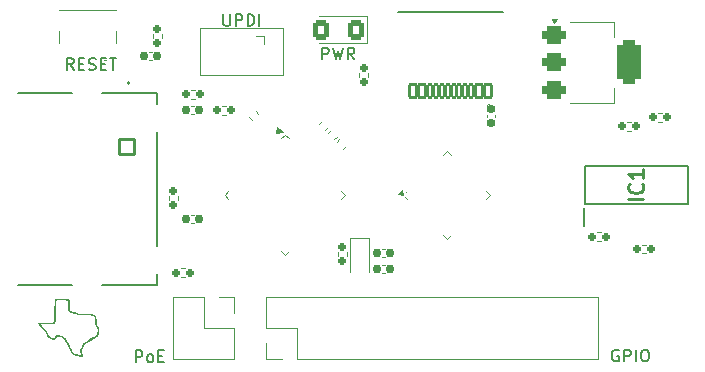
<source format=gbr>
%TF.GenerationSoftware,KiCad,Pcbnew,8.0.2-8.0.2-0~ubuntu22.04.1*%
%TF.CreationDate,2024-07-23T14:23:55-05:00*%
%TF.ProjectId,atslim-328,6174736c-696d-42d3-9332-382e6b696361,rev?*%
%TF.SameCoordinates,Original*%
%TF.FileFunction,Legend,Top*%
%TF.FilePolarity,Positive*%
%FSLAX46Y46*%
G04 Gerber Fmt 4.6, Leading zero omitted, Abs format (unit mm)*
G04 Created by KiCad (PCBNEW 8.0.2-8.0.2-0~ubuntu22.04.1) date 2024-07-23 14:23:55*
%MOMM*%
%LPD*%
G01*
G04 APERTURE LIST*
G04 Aperture macros list*
%AMRoundRect*
0 Rectangle with rounded corners*
0 $1 Rounding radius*
0 $2 $3 $4 $5 $6 $7 $8 $9 X,Y pos of 4 corners*
0 Add a 4 corners polygon primitive as box body*
4,1,4,$2,$3,$4,$5,$6,$7,$8,$9,$2,$3,0*
0 Add four circle primitives for the rounded corners*
1,1,$1+$1,$2,$3*
1,1,$1+$1,$4,$5*
1,1,$1+$1,$6,$7*
1,1,$1+$1,$8,$9*
0 Add four rect primitives between the rounded corners*
20,1,$1+$1,$2,$3,$4,$5,0*
20,1,$1+$1,$4,$5,$6,$7,0*
20,1,$1+$1,$6,$7,$8,$9,0*
20,1,$1+$1,$8,$9,$2,$3,0*%
%AMRotRect*
0 Rectangle, with rotation*
0 The origin of the aperture is its center*
0 $1 length*
0 $2 width*
0 $3 Rotation angle, in degrees counterclockwise*
0 Add horizontal line*
21,1,$1,$2,0,0,$3*%
G04 Aperture macros list end*
%ADD10C,0.000000*%
%ADD11C,0.100000*%
%ADD12C,0.150000*%
%ADD13C,0.254000*%
%ADD14C,0.120000*%
%ADD15C,0.200000*%
%ADD16C,0.127000*%
%ADD17R,1.700000X1.700000*%
%ADD18O,1.700000X1.700000*%
%ADD19RoundRect,0.375000X-0.625000X-0.375000X0.625000X-0.375000X0.625000X0.375000X-0.625000X0.375000X0*%
%ADD20RoundRect,0.500000X-0.500000X-1.400000X0.500000X-1.400000X0.500000X1.400000X-0.500000X1.400000X0*%
%ADD21RoundRect,0.155000X-0.212500X-0.155000X0.212500X-0.155000X0.212500X0.155000X-0.212500X0.155000X0*%
%ADD22R,0.650000X1.525000*%
%ADD23C,6.100000*%
%ADD24RoundRect,0.160000X-0.026517X-0.252791X0.252791X0.026517X0.026517X0.252791X-0.252791X-0.026517X0*%
%ADD25RoundRect,0.250001X0.462499X0.624999X-0.462499X0.624999X-0.462499X-0.624999X0.462499X-0.624999X0*%
%ADD26R,0.800000X1.250000*%
%ADD27R,0.650000X0.700000*%
%ADD28RoundRect,0.160000X-0.160000X0.197500X-0.160000X-0.197500X0.160000X-0.197500X0.160000X0.197500X0*%
%ADD29RoundRect,0.160000X-0.197500X-0.160000X0.197500X-0.160000X0.197500X0.160000X-0.197500X0.160000X0*%
%ADD30RoundRect,0.102000X-0.650000X0.650000X-0.650000X-0.650000X0.650000X-0.650000X0.650000X0.650000X0*%
%ADD31C,1.504000*%
%ADD32C,1.304000*%
%ADD33C,1.754000*%
%ADD34RoundRect,0.155000X0.212500X0.155000X-0.212500X0.155000X-0.212500X-0.155000X0.212500X-0.155000X0*%
%ADD35RoundRect,0.075000X-0.521491X0.415425X0.415425X-0.521491X0.521491X-0.415425X-0.415425X0.521491X0*%
%ADD36RoundRect,0.075000X-0.521491X-0.415425X-0.415425X-0.521491X0.521491X0.415425X0.415425X0.521491X0*%
%ADD37C,0.990600*%
%ADD38C,0.787400*%
%ADD39RoundRect,0.155000X0.155000X-0.212500X0.155000X0.212500X-0.155000X0.212500X-0.155000X-0.212500X0*%
%ADD40RoundRect,0.160000X0.197500X0.160000X-0.197500X0.160000X-0.197500X-0.160000X0.197500X-0.160000X0*%
%ADD41R,1.100000X1.050000*%
%ADD42RoundRect,0.160000X-0.252791X0.026517X0.026517X-0.252791X0.252791X-0.026517X-0.026517X0.252791X0*%
%ADD43RoundRect,0.062500X-0.220971X-0.309359X0.309359X0.220971X0.220971X0.309359X-0.309359X-0.220971X0*%
%ADD44RoundRect,0.062500X0.220971X-0.309359X0.309359X-0.220971X-0.220971X0.309359X-0.309359X0.220971X0*%
%ADD45RotRect,3.100000X3.100000X45.000000*%
%ADD46RoundRect,0.102000X0.300000X0.550000X-0.300000X0.550000X-0.300000X-0.550000X0.300000X-0.550000X0*%
%ADD47RoundRect,0.102000X0.150000X0.550000X-0.150000X0.550000X-0.150000X-0.550000X0.150000X-0.550000X0*%
%ADD48O,1.204000X2.404000*%
%ADD49O,1.204000X2.004000*%
G04 APERTURE END LIST*
D10*
G36*
X81530000Y-96285000D02*
G01*
X81725296Y-96289172D01*
X81898225Y-96295399D01*
X82026191Y-96303337D01*
X82066252Y-96307840D01*
X82086598Y-96312642D01*
X82102225Y-96320694D01*
X82109281Y-96324445D01*
X82115856Y-96328150D01*
X82121968Y-96331910D01*
X82127638Y-96335828D01*
X82132882Y-96340007D01*
X82137720Y-96344548D01*
X82142170Y-96349554D01*
X82146251Y-96355128D01*
X82149981Y-96361371D01*
X82153379Y-96368386D01*
X82156463Y-96376276D01*
X82159253Y-96385143D01*
X82161766Y-96395089D01*
X82164022Y-96406216D01*
X82166038Y-96418627D01*
X82167833Y-96432425D01*
X82169427Y-96447711D01*
X82170837Y-96464588D01*
X82172082Y-96483158D01*
X82173181Y-96503524D01*
X82174152Y-96525787D01*
X82175013Y-96550052D01*
X82176484Y-96604990D01*
X82177740Y-96669159D01*
X82180205Y-96828459D01*
X82182551Y-96992590D01*
X82185208Y-97113525D01*
X82187254Y-97160056D01*
X82190098Y-97198501D01*
X82193981Y-97229765D01*
X82199143Y-97254753D01*
X82205823Y-97274368D01*
X82214262Y-97289516D01*
X82224700Y-97301100D01*
X82237377Y-97310025D01*
X82252533Y-97317196D01*
X82270409Y-97323517D01*
X82315279Y-97337227D01*
X82398931Y-97363970D01*
X82464632Y-97385531D01*
X82590630Y-97426240D01*
X82743215Y-97473206D01*
X82882185Y-97514288D01*
X82934002Y-97528829D01*
X82967340Y-97537346D01*
X82977091Y-97539100D01*
X82989973Y-97540712D01*
X83025065Y-97543513D01*
X83072486Y-97545746D01*
X83132103Y-97547409D01*
X83203784Y-97548499D01*
X83287398Y-97549012D01*
X83382811Y-97548947D01*
X83489893Y-97548300D01*
X83946298Y-97544505D01*
X84088994Y-97593998D01*
X84202162Y-97633806D01*
X84247850Y-97651140D01*
X84286956Y-97667703D01*
X84304201Y-97675916D01*
X84319992Y-97684201D01*
X84334394Y-97692646D01*
X84347470Y-97701340D01*
X84359285Y-97710371D01*
X84369902Y-97719827D01*
X84379385Y-97729797D01*
X84387799Y-97740368D01*
X84395207Y-97751630D01*
X84401674Y-97763669D01*
X84407263Y-97776576D01*
X84412038Y-97790437D01*
X84416063Y-97805342D01*
X84419403Y-97821378D01*
X84422121Y-97838634D01*
X84424282Y-97857198D01*
X84427185Y-97898603D01*
X84428625Y-97946300D01*
X84429163Y-98063396D01*
X84429649Y-98163672D01*
X84430487Y-98205747D01*
X84431927Y-98243296D01*
X84434121Y-98276955D01*
X84437225Y-98307360D01*
X84441391Y-98335147D01*
X84446773Y-98360953D01*
X84453524Y-98385415D01*
X84461799Y-98409169D01*
X84471750Y-98432851D01*
X84483532Y-98457098D01*
X84497298Y-98482546D01*
X84513201Y-98509831D01*
X84552035Y-98572460D01*
X84594446Y-98640579D01*
X84611869Y-98669761D01*
X84626931Y-98696203D01*
X84639753Y-98720291D01*
X84650456Y-98742408D01*
X84659161Y-98762940D01*
X84665989Y-98782270D01*
X84671061Y-98800784D01*
X84674498Y-98818866D01*
X84676421Y-98836901D01*
X84676950Y-98855273D01*
X84676207Y-98874366D01*
X84674312Y-98894566D01*
X84671386Y-98916257D01*
X84667551Y-98939824D01*
X84636793Y-99124019D01*
X84623837Y-99197464D01*
X84610733Y-99260664D01*
X84596158Y-99315259D01*
X84587906Y-99339843D01*
X84578790Y-99362892D01*
X84568645Y-99384610D01*
X84557307Y-99405204D01*
X84544608Y-99424878D01*
X84530385Y-99443837D01*
X84514471Y-99462287D01*
X84496702Y-99480432D01*
X84476912Y-99498479D01*
X84454936Y-99516632D01*
X84403764Y-99554077D01*
X84341864Y-99594411D01*
X84267913Y-99639273D01*
X84180588Y-99690306D01*
X83960527Y-99817453D01*
X83774746Y-99925475D01*
X83636327Y-100007563D01*
X83582045Y-100041324D01*
X83536205Y-100071532D01*
X83497672Y-100099163D01*
X83465314Y-100125194D01*
X83437998Y-100150603D01*
X83414590Y-100176365D01*
X83393958Y-100203457D01*
X83374969Y-100232857D01*
X83356489Y-100265541D01*
X83337385Y-100302486D01*
X83292773Y-100393064D01*
X83271661Y-100436415D01*
X83253144Y-100475918D01*
X83237159Y-100512127D01*
X83223644Y-100545597D01*
X83212535Y-100576883D01*
X83203769Y-100606541D01*
X83197284Y-100635124D01*
X83193015Y-100663190D01*
X83190900Y-100691291D01*
X83190876Y-100719985D01*
X83192880Y-100749824D01*
X83196849Y-100781365D01*
X83202719Y-100815163D01*
X83210428Y-100851773D01*
X83219912Y-100891749D01*
X83231108Y-100935647D01*
X83244134Y-100987581D01*
X83254046Y-101033168D01*
X83257680Y-101053646D01*
X83260350Y-101072614D01*
X83261995Y-101090099D01*
X83262552Y-101106126D01*
X83261960Y-101120721D01*
X83260157Y-101133910D01*
X83257082Y-101145719D01*
X83252672Y-101156174D01*
X83246867Y-101165301D01*
X83239603Y-101173126D01*
X83230820Y-101179673D01*
X83220455Y-101184970D01*
X83208447Y-101189042D01*
X83194734Y-101191915D01*
X83179255Y-101193615D01*
X83161947Y-101194168D01*
X83142749Y-101193599D01*
X83121599Y-101191935D01*
X83098435Y-101189201D01*
X83073196Y-101185423D01*
X83016244Y-101174839D01*
X82950248Y-101160391D01*
X82874716Y-101142284D01*
X82789152Y-101120727D01*
X82655554Y-101086796D01*
X82601930Y-101072538D01*
X82555742Y-101058990D01*
X82515978Y-101045328D01*
X82481628Y-101030730D01*
X82466168Y-101022823D01*
X82451683Y-101014373D01*
X82438045Y-101005279D01*
X82425129Y-100995436D01*
X82412809Y-100984743D01*
X82400958Y-100973095D01*
X82389450Y-100960392D01*
X82378159Y-100946529D01*
X82355720Y-100914914D01*
X82332632Y-100877428D01*
X82307883Y-100833249D01*
X82280462Y-100781554D01*
X82213565Y-100652328D01*
X82013008Y-100269787D01*
X81821771Y-99910643D01*
X81800319Y-99872720D01*
X81777676Y-99836365D01*
X81753931Y-99801611D01*
X81729174Y-99768487D01*
X81703495Y-99737023D01*
X81676984Y-99707251D01*
X81649729Y-99679201D01*
X81621822Y-99652904D01*
X81593352Y-99628389D01*
X81564409Y-99605689D01*
X81535082Y-99584833D01*
X81505461Y-99565851D01*
X81475636Y-99548776D01*
X81445697Y-99533636D01*
X81415734Y-99520463D01*
X81385835Y-99509287D01*
X81356092Y-99500140D01*
X81326593Y-99493050D01*
X81297429Y-99488050D01*
X81268689Y-99485169D01*
X81240463Y-99484439D01*
X81212841Y-99485889D01*
X81185913Y-99489551D01*
X81159768Y-99495455D01*
X81134496Y-99503631D01*
X81110187Y-99514111D01*
X81086931Y-99526924D01*
X81064817Y-99542101D01*
X81043935Y-99559674D01*
X81024375Y-99579672D01*
X81006227Y-99602126D01*
X80989580Y-99627067D01*
X80970105Y-99658374D01*
X80960826Y-99672496D01*
X80951772Y-99685603D01*
X80942885Y-99697699D01*
X80934105Y-99708787D01*
X80925372Y-99718871D01*
X80916628Y-99727956D01*
X80907812Y-99736045D01*
X80898865Y-99743143D01*
X80889727Y-99749253D01*
X80880340Y-99754379D01*
X80870643Y-99758525D01*
X80860577Y-99761695D01*
X80850083Y-99763893D01*
X80839101Y-99765123D01*
X80827572Y-99765390D01*
X80815436Y-99764696D01*
X80802634Y-99763046D01*
X80789106Y-99760444D01*
X80774793Y-99756893D01*
X80759635Y-99752399D01*
X80743573Y-99746964D01*
X80726548Y-99740593D01*
X80708499Y-99733289D01*
X80689367Y-99725057D01*
X80647619Y-99705823D01*
X80600826Y-99682923D01*
X80548513Y-99656389D01*
X80508769Y-99635719D01*
X80472629Y-99616299D01*
X80439904Y-99597961D01*
X80410401Y-99580534D01*
X80383931Y-99563849D01*
X80360303Y-99547736D01*
X80339325Y-99532027D01*
X80320807Y-99516551D01*
X80304559Y-99501139D01*
X80290390Y-99485622D01*
X80278108Y-99469831D01*
X80267524Y-99453595D01*
X80258446Y-99436746D01*
X80250684Y-99419114D01*
X80244048Y-99400529D01*
X80238345Y-99380822D01*
X80227922Y-99344975D01*
X80215135Y-99308157D01*
X80200087Y-99270528D01*
X80182884Y-99232248D01*
X80163630Y-99193477D01*
X80142429Y-99154375D01*
X80119387Y-99115103D01*
X80094607Y-99075820D01*
X80068194Y-99036687D01*
X80040252Y-98997864D01*
X80010887Y-98959511D01*
X79980203Y-98921788D01*
X79948304Y-98884855D01*
X79915295Y-98848873D01*
X79881280Y-98814001D01*
X79846365Y-98780400D01*
X79679575Y-98623433D01*
X79615366Y-98559901D01*
X79588272Y-98531569D01*
X79564599Y-98505410D01*
X79544410Y-98481339D01*
X79527764Y-98459267D01*
X79520712Y-98448366D01*
X79706352Y-98448366D01*
X79706595Y-98449206D01*
X79707316Y-98450491D01*
X79710144Y-98454345D01*
X79714741Y-98459830D01*
X79721011Y-98466851D01*
X79738191Y-98485115D01*
X79760923Y-98508367D01*
X79788445Y-98535839D01*
X79819994Y-98566762D01*
X79854808Y-98600366D01*
X79892126Y-98635883D01*
X79939164Y-98680929D01*
X79982798Y-98723995D01*
X80023230Y-98765358D01*
X80060657Y-98805300D01*
X80095280Y-98844098D01*
X80127297Y-98882034D01*
X80156908Y-98919386D01*
X80184312Y-98956434D01*
X80209708Y-98993458D01*
X80233296Y-99030737D01*
X80255275Y-99068551D01*
X80275844Y-99107178D01*
X80295202Y-99146900D01*
X80313549Y-99187995D01*
X80331084Y-99230743D01*
X80348006Y-99275424D01*
X80355899Y-99294765D01*
X80365387Y-99314033D01*
X80376364Y-99333169D01*
X80388723Y-99352113D01*
X80402358Y-99370807D01*
X80417162Y-99389189D01*
X80433028Y-99407202D01*
X80449851Y-99424786D01*
X80467524Y-99441881D01*
X80485940Y-99458427D01*
X80524577Y-99489637D01*
X80564910Y-99517941D01*
X80606088Y-99542862D01*
X80647257Y-99563926D01*
X80667573Y-99572862D01*
X80687568Y-99580656D01*
X80707135Y-99587247D01*
X80726168Y-99592577D01*
X80744560Y-99596586D01*
X80762205Y-99599214D01*
X80778997Y-99600402D01*
X80794829Y-99600090D01*
X80809594Y-99598219D01*
X80823186Y-99594730D01*
X80835499Y-99589563D01*
X80846426Y-99582659D01*
X80855860Y-99573958D01*
X80863696Y-99563401D01*
X80883173Y-99531884D01*
X80901311Y-99503763D01*
X80918426Y-99478833D01*
X80934835Y-99456894D01*
X80950853Y-99437742D01*
X80958814Y-99429147D01*
X80966797Y-99421173D01*
X80974840Y-99413794D01*
X80982983Y-99406986D01*
X80991265Y-99400721D01*
X80999727Y-99394976D01*
X81008407Y-99389725D01*
X81017345Y-99384943D01*
X81026581Y-99380603D01*
X81036154Y-99376682D01*
X81046103Y-99373153D01*
X81056469Y-99369991D01*
X81067291Y-99367170D01*
X81078608Y-99364666D01*
X81102885Y-99360506D01*
X81129618Y-99357307D01*
X81159123Y-99354867D01*
X81191715Y-99352982D01*
X81234533Y-99353116D01*
X81279551Y-99357409D01*
X81326283Y-99365603D01*
X81374238Y-99377441D01*
X81422929Y-99392664D01*
X81471866Y-99411014D01*
X81520560Y-99432232D01*
X81568523Y-99456062D01*
X81615265Y-99482243D01*
X81660299Y-99510520D01*
X81703134Y-99540632D01*
X81743283Y-99572323D01*
X81780257Y-99605334D01*
X81813566Y-99639406D01*
X81842722Y-99674282D01*
X81867236Y-99709704D01*
X81875617Y-99723609D01*
X81885912Y-99741616D01*
X81899842Y-99766954D01*
X81919130Y-99802849D01*
X81945496Y-99852528D01*
X81980662Y-99919220D01*
X82084283Y-100116547D01*
X82146395Y-100234080D01*
X82193408Y-100321599D01*
X82214034Y-100359809D01*
X82243388Y-100414948D01*
X82312633Y-100546496D01*
X82377497Y-100670531D01*
X82427392Y-100762966D01*
X82448293Y-100799020D01*
X82467332Y-100829198D01*
X82485137Y-100854176D01*
X82502333Y-100874629D01*
X82519547Y-100891231D01*
X82537406Y-100904657D01*
X82556538Y-100915582D01*
X82577568Y-100924681D01*
X82601124Y-100932629D01*
X82627833Y-100940102D01*
X82693213Y-100956319D01*
X82828360Y-100990094D01*
X82954113Y-101022141D01*
X82995341Y-101032613D01*
X83030090Y-101040994D01*
X83058663Y-101047333D01*
X83081363Y-101051683D01*
X83098492Y-101054095D01*
X83105062Y-101054591D01*
X83110352Y-101054621D01*
X83114401Y-101054192D01*
X83117246Y-101053311D01*
X83118926Y-101051984D01*
X83119477Y-101050217D01*
X83119476Y-101050217D01*
X83118628Y-101045628D01*
X83116198Y-101034653D01*
X83107272Y-100996416D01*
X83094062Y-100941258D01*
X83077932Y-100874930D01*
X83068277Y-100834705D01*
X83060159Y-100798406D01*
X83053697Y-100765353D01*
X83049009Y-100734866D01*
X83046213Y-100706266D01*
X83045427Y-100678873D01*
X83045825Y-100665416D01*
X83046770Y-100652007D01*
X83048276Y-100638559D01*
X83050359Y-100624988D01*
X83053033Y-100611210D01*
X83056313Y-100597138D01*
X83064751Y-100567776D01*
X83075789Y-100536222D01*
X83089548Y-100501798D01*
X83106144Y-100463823D01*
X83125696Y-100421617D01*
X83174141Y-100321796D01*
X83222208Y-100225879D01*
X83243380Y-100185813D01*
X83263405Y-100150215D01*
X83282854Y-100118491D01*
X83302300Y-100090044D01*
X83322312Y-100064281D01*
X83343463Y-100040604D01*
X83366323Y-100018420D01*
X83391463Y-99997134D01*
X83419456Y-99976149D01*
X83450871Y-99954871D01*
X83486280Y-99932705D01*
X83526255Y-99909055D01*
X83622185Y-99854923D01*
X83991210Y-99638881D01*
X84359068Y-99420576D01*
X84367027Y-99415464D01*
X84374633Y-99410258D01*
X84381901Y-99404918D01*
X84388848Y-99399401D01*
X84395488Y-99393665D01*
X84401839Y-99387668D01*
X84407915Y-99381368D01*
X84413734Y-99374723D01*
X84419310Y-99367692D01*
X84424659Y-99360231D01*
X84429798Y-99352300D01*
X84434743Y-99343856D01*
X84439508Y-99334858D01*
X84444111Y-99325263D01*
X84448567Y-99315029D01*
X84452891Y-99304114D01*
X84457101Y-99292476D01*
X84461211Y-99280074D01*
X84465238Y-99266865D01*
X84469197Y-99252808D01*
X84473104Y-99237860D01*
X84476976Y-99221979D01*
X84484675Y-99187252D01*
X84492423Y-99148291D01*
X84500344Y-99104759D01*
X84508568Y-99056322D01*
X84517220Y-99002642D01*
X84521995Y-98971638D01*
X84525895Y-98943808D01*
X84528802Y-98918677D01*
X84530599Y-98895769D01*
X84531167Y-98874609D01*
X84530389Y-98854721D01*
X84529459Y-98845105D01*
X84528147Y-98835629D01*
X84526440Y-98826233D01*
X84524322Y-98816858D01*
X84521780Y-98807444D01*
X84518797Y-98797932D01*
X84511454Y-98778375D01*
X84502174Y-98757712D01*
X84490840Y-98735466D01*
X84477333Y-98711163D01*
X84461537Y-98684327D01*
X84422601Y-98621150D01*
X84401888Y-98587744D01*
X84383576Y-98557367D01*
X84367515Y-98529432D01*
X84353557Y-98503347D01*
X84341550Y-98478523D01*
X84331347Y-98454368D01*
X84322796Y-98430294D01*
X84315749Y-98405710D01*
X84310056Y-98380025D01*
X84305568Y-98352650D01*
X84302134Y-98322994D01*
X84299606Y-98290467D01*
X84297833Y-98254479D01*
X84296667Y-98214440D01*
X84295554Y-98119848D01*
X84295001Y-98013109D01*
X84294157Y-97970232D01*
X84292337Y-97933453D01*
X84289093Y-97902095D01*
X84286797Y-97888240D01*
X84283977Y-97875487D01*
X84280577Y-97863753D01*
X84276541Y-97852954D01*
X84271814Y-97843004D01*
X84266338Y-97833821D01*
X84260058Y-97825319D01*
X84252919Y-97817415D01*
X84244863Y-97810024D01*
X84235836Y-97803062D01*
X84225781Y-97796445D01*
X84214641Y-97790088D01*
X84188887Y-97777820D01*
X84158125Y-97765582D01*
X84121907Y-97752701D01*
X84031313Y-97722314D01*
X83906612Y-97680404D01*
X83608956Y-97684699D01*
X83307356Y-97688070D01*
X83109504Y-97687499D01*
X83042392Y-97685613D01*
X82992706Y-97682593D01*
X82957611Y-97678391D01*
X82934269Y-97672957D01*
X82903764Y-97663237D01*
X82854935Y-97648051D01*
X82729216Y-97609598D01*
X82607384Y-97572321D01*
X82537394Y-97550242D01*
X82510476Y-97541478D01*
X82461634Y-97525931D01*
X82325931Y-97483285D01*
X82229438Y-97453397D01*
X82190923Y-97440349D01*
X82173889Y-97433848D01*
X82158258Y-97427189D01*
X82143968Y-97420243D01*
X82130962Y-97412881D01*
X82119177Y-97404974D01*
X82108555Y-97396393D01*
X82099036Y-97387008D01*
X82090559Y-97376691D01*
X82083065Y-97365312D01*
X82076493Y-97352743D01*
X82070784Y-97338853D01*
X82065878Y-97323514D01*
X82061715Y-97306597D01*
X82058235Y-97287972D01*
X82055377Y-97267511D01*
X82053083Y-97245083D01*
X82049943Y-97193814D01*
X82048336Y-97133131D01*
X82047782Y-97062002D01*
X82047914Y-96884269D01*
X82049914Y-96716227D01*
X82050778Y-96650280D01*
X82050098Y-96595095D01*
X82046784Y-96549706D01*
X82043798Y-96530384D01*
X82039745Y-96513149D01*
X82034488Y-96497880D01*
X82027892Y-96484457D01*
X82019818Y-96472759D01*
X82010133Y-96462665D01*
X81998698Y-96454055D01*
X81985379Y-96446808D01*
X81970038Y-96440803D01*
X81952539Y-96435920D01*
X81932746Y-96432037D01*
X81910523Y-96429035D01*
X81858242Y-96425188D01*
X81794604Y-96423413D01*
X81718519Y-96422745D01*
X81524649Y-96420868D01*
X81204231Y-96410112D01*
X81154570Y-96411701D01*
X81133522Y-96413982D01*
X81114805Y-96417459D01*
X81098277Y-96422285D01*
X81083794Y-96428615D01*
X81071215Y-96436600D01*
X81060396Y-96446396D01*
X81051196Y-96458155D01*
X81043471Y-96472032D01*
X81037078Y-96488179D01*
X81031876Y-96506751D01*
X81027721Y-96527901D01*
X81024471Y-96551782D01*
X81020115Y-96608354D01*
X81010356Y-96974620D01*
X80974580Y-97913890D01*
X80968856Y-98100927D01*
X80965830Y-98174979D01*
X80960904Y-98237371D01*
X80957309Y-98264504D01*
X80952737Y-98289093D01*
X80947019Y-98311260D01*
X80939988Y-98331131D01*
X80931475Y-98348828D01*
X80921314Y-98364476D01*
X80909337Y-98378196D01*
X80895375Y-98390114D01*
X80879262Y-98400352D01*
X80860828Y-98409035D01*
X80839908Y-98416285D01*
X80816332Y-98422227D01*
X80789934Y-98426984D01*
X80760545Y-98430679D01*
X80692125Y-98435378D01*
X80609731Y-98437313D01*
X80512021Y-98437474D01*
X80265284Y-98436422D01*
X80041694Y-98437324D01*
X79864701Y-98439815D01*
X79748266Y-98443594D01*
X79717121Y-98445875D01*
X79709081Y-98447096D01*
X79706352Y-98448366D01*
X79520712Y-98448366D01*
X79514724Y-98439110D01*
X79505350Y-98420778D01*
X79499704Y-98404187D01*
X79497846Y-98389249D01*
X79499838Y-98375877D01*
X79502297Y-98369752D01*
X79505741Y-98363985D01*
X79515615Y-98353486D01*
X79529523Y-98344293D01*
X79547525Y-98336320D01*
X79569683Y-98329479D01*
X79596057Y-98323683D01*
X79626708Y-98318847D01*
X79661699Y-98314884D01*
X79701089Y-98311705D01*
X79793314Y-98307359D01*
X79903872Y-98305113D01*
X80181944Y-98304150D01*
X80590060Y-98305169D01*
X80654326Y-98302906D01*
X80706168Y-98298276D01*
X80746926Y-98290596D01*
X80763568Y-98285400D01*
X80777941Y-98279187D01*
X80790214Y-98271872D01*
X80800554Y-98263368D01*
X80809128Y-98253593D01*
X80816104Y-98242459D01*
X80821650Y-98229883D01*
X80825933Y-98215778D01*
X80831380Y-98182646D01*
X80833787Y-98142381D01*
X80834494Y-98094304D01*
X80836169Y-97971987D01*
X80867292Y-97064349D01*
X80880380Y-96774309D01*
X80893685Y-96571249D01*
X80908607Y-96438517D01*
X80917112Y-96393319D01*
X80926546Y-96359458D01*
X80937085Y-96334852D01*
X80948902Y-96317420D01*
X80962174Y-96305079D01*
X80977075Y-96295749D01*
X80996560Y-96291553D01*
X81035875Y-96288258D01*
X81162693Y-96284200D01*
X81334933Y-96283228D01*
X81530000Y-96285000D01*
G37*
D11*
X93170000Y-73320000D02*
X100190000Y-73320000D01*
X100190000Y-77340000D01*
X93170000Y-77340000D01*
X93170000Y-73320000D01*
D12*
X82487618Y-76904819D02*
X82154285Y-76428628D01*
X81916190Y-76904819D02*
X81916190Y-75904819D01*
X81916190Y-75904819D02*
X82297142Y-75904819D01*
X82297142Y-75904819D02*
X82392380Y-75952438D01*
X82392380Y-75952438D02*
X82439999Y-76000057D01*
X82439999Y-76000057D02*
X82487618Y-76095295D01*
X82487618Y-76095295D02*
X82487618Y-76238152D01*
X82487618Y-76238152D02*
X82439999Y-76333390D01*
X82439999Y-76333390D02*
X82392380Y-76381009D01*
X82392380Y-76381009D02*
X82297142Y-76428628D01*
X82297142Y-76428628D02*
X81916190Y-76428628D01*
X82916190Y-76381009D02*
X83249523Y-76381009D01*
X83392380Y-76904819D02*
X82916190Y-76904819D01*
X82916190Y-76904819D02*
X82916190Y-75904819D01*
X82916190Y-75904819D02*
X83392380Y-75904819D01*
X83773333Y-76857200D02*
X83916190Y-76904819D01*
X83916190Y-76904819D02*
X84154285Y-76904819D01*
X84154285Y-76904819D02*
X84249523Y-76857200D01*
X84249523Y-76857200D02*
X84297142Y-76809580D01*
X84297142Y-76809580D02*
X84344761Y-76714342D01*
X84344761Y-76714342D02*
X84344761Y-76619104D01*
X84344761Y-76619104D02*
X84297142Y-76523866D01*
X84297142Y-76523866D02*
X84249523Y-76476247D01*
X84249523Y-76476247D02*
X84154285Y-76428628D01*
X84154285Y-76428628D02*
X83963809Y-76381009D01*
X83963809Y-76381009D02*
X83868571Y-76333390D01*
X83868571Y-76333390D02*
X83820952Y-76285771D01*
X83820952Y-76285771D02*
X83773333Y-76190533D01*
X83773333Y-76190533D02*
X83773333Y-76095295D01*
X83773333Y-76095295D02*
X83820952Y-76000057D01*
X83820952Y-76000057D02*
X83868571Y-75952438D01*
X83868571Y-75952438D02*
X83963809Y-75904819D01*
X83963809Y-75904819D02*
X84201904Y-75904819D01*
X84201904Y-75904819D02*
X84344761Y-75952438D01*
X84773333Y-76381009D02*
X85106666Y-76381009D01*
X85249523Y-76904819D02*
X84773333Y-76904819D01*
X84773333Y-76904819D02*
X84773333Y-75904819D01*
X84773333Y-75904819D02*
X85249523Y-75904819D01*
X85535238Y-75904819D02*
X86106666Y-75904819D01*
X85820952Y-76904819D02*
X85820952Y-75904819D01*
X87747381Y-101654819D02*
X87747381Y-100654819D01*
X87747381Y-100654819D02*
X88128333Y-100654819D01*
X88128333Y-100654819D02*
X88223571Y-100702438D01*
X88223571Y-100702438D02*
X88271190Y-100750057D01*
X88271190Y-100750057D02*
X88318809Y-100845295D01*
X88318809Y-100845295D02*
X88318809Y-100988152D01*
X88318809Y-100988152D02*
X88271190Y-101083390D01*
X88271190Y-101083390D02*
X88223571Y-101131009D01*
X88223571Y-101131009D02*
X88128333Y-101178628D01*
X88128333Y-101178628D02*
X87747381Y-101178628D01*
X88890238Y-101654819D02*
X88795000Y-101607200D01*
X88795000Y-101607200D02*
X88747381Y-101559580D01*
X88747381Y-101559580D02*
X88699762Y-101464342D01*
X88699762Y-101464342D02*
X88699762Y-101178628D01*
X88699762Y-101178628D02*
X88747381Y-101083390D01*
X88747381Y-101083390D02*
X88795000Y-101035771D01*
X88795000Y-101035771D02*
X88890238Y-100988152D01*
X88890238Y-100988152D02*
X89033095Y-100988152D01*
X89033095Y-100988152D02*
X89128333Y-101035771D01*
X89128333Y-101035771D02*
X89175952Y-101083390D01*
X89175952Y-101083390D02*
X89223571Y-101178628D01*
X89223571Y-101178628D02*
X89223571Y-101464342D01*
X89223571Y-101464342D02*
X89175952Y-101559580D01*
X89175952Y-101559580D02*
X89128333Y-101607200D01*
X89128333Y-101607200D02*
X89033095Y-101654819D01*
X89033095Y-101654819D02*
X88890238Y-101654819D01*
X89652143Y-101131009D02*
X89985476Y-101131009D01*
X90128333Y-101654819D02*
X89652143Y-101654819D01*
X89652143Y-101654819D02*
X89652143Y-100654819D01*
X89652143Y-100654819D02*
X90128333Y-100654819D01*
D13*
X130724318Y-87864762D02*
X129454318Y-87864762D01*
X130603365Y-86534285D02*
X130663842Y-86594761D01*
X130663842Y-86594761D02*
X130724318Y-86776190D01*
X130724318Y-86776190D02*
X130724318Y-86897142D01*
X130724318Y-86897142D02*
X130663842Y-87078571D01*
X130663842Y-87078571D02*
X130542889Y-87199523D01*
X130542889Y-87199523D02*
X130421937Y-87260000D01*
X130421937Y-87260000D02*
X130180032Y-87320476D01*
X130180032Y-87320476D02*
X129998603Y-87320476D01*
X129998603Y-87320476D02*
X129756699Y-87260000D01*
X129756699Y-87260000D02*
X129635746Y-87199523D01*
X129635746Y-87199523D02*
X129514794Y-87078571D01*
X129514794Y-87078571D02*
X129454318Y-86897142D01*
X129454318Y-86897142D02*
X129454318Y-86776190D01*
X129454318Y-86776190D02*
X129514794Y-86594761D01*
X129514794Y-86594761D02*
X129575270Y-86534285D01*
X130724318Y-85324761D02*
X130724318Y-86050476D01*
X130724318Y-85687619D02*
X129454318Y-85687619D01*
X129454318Y-85687619D02*
X129635746Y-85808571D01*
X129635746Y-85808571D02*
X129756699Y-85929523D01*
X129756699Y-85929523D02*
X129817175Y-86050476D01*
D12*
X103546667Y-76009819D02*
X103546667Y-75009819D01*
X103546667Y-75009819D02*
X103927619Y-75009819D01*
X103927619Y-75009819D02*
X104022857Y-75057438D01*
X104022857Y-75057438D02*
X104070476Y-75105057D01*
X104070476Y-75105057D02*
X104118095Y-75200295D01*
X104118095Y-75200295D02*
X104118095Y-75343152D01*
X104118095Y-75343152D02*
X104070476Y-75438390D01*
X104070476Y-75438390D02*
X104022857Y-75486009D01*
X104022857Y-75486009D02*
X103927619Y-75533628D01*
X103927619Y-75533628D02*
X103546667Y-75533628D01*
X104451429Y-75009819D02*
X104689524Y-76009819D01*
X104689524Y-76009819D02*
X104880000Y-75295533D01*
X104880000Y-75295533D02*
X105070476Y-76009819D01*
X105070476Y-76009819D02*
X105308572Y-75009819D01*
X106260952Y-76009819D02*
X105927619Y-75533628D01*
X105689524Y-76009819D02*
X105689524Y-75009819D01*
X105689524Y-75009819D02*
X106070476Y-75009819D01*
X106070476Y-75009819D02*
X106165714Y-75057438D01*
X106165714Y-75057438D02*
X106213333Y-75105057D01*
X106213333Y-75105057D02*
X106260952Y-75200295D01*
X106260952Y-75200295D02*
X106260952Y-75343152D01*
X106260952Y-75343152D02*
X106213333Y-75438390D01*
X106213333Y-75438390D02*
X106165714Y-75486009D01*
X106165714Y-75486009D02*
X106070476Y-75533628D01*
X106070476Y-75533628D02*
X105689524Y-75533628D01*
X95166191Y-72189819D02*
X95166191Y-72999342D01*
X95166191Y-72999342D02*
X95213810Y-73094580D01*
X95213810Y-73094580D02*
X95261429Y-73142200D01*
X95261429Y-73142200D02*
X95356667Y-73189819D01*
X95356667Y-73189819D02*
X95547143Y-73189819D01*
X95547143Y-73189819D02*
X95642381Y-73142200D01*
X95642381Y-73142200D02*
X95690000Y-73094580D01*
X95690000Y-73094580D02*
X95737619Y-72999342D01*
X95737619Y-72999342D02*
X95737619Y-72189819D01*
X96213810Y-73189819D02*
X96213810Y-72189819D01*
X96213810Y-72189819D02*
X96594762Y-72189819D01*
X96594762Y-72189819D02*
X96690000Y-72237438D01*
X96690000Y-72237438D02*
X96737619Y-72285057D01*
X96737619Y-72285057D02*
X96785238Y-72380295D01*
X96785238Y-72380295D02*
X96785238Y-72523152D01*
X96785238Y-72523152D02*
X96737619Y-72618390D01*
X96737619Y-72618390D02*
X96690000Y-72666009D01*
X96690000Y-72666009D02*
X96594762Y-72713628D01*
X96594762Y-72713628D02*
X96213810Y-72713628D01*
X97213810Y-73189819D02*
X97213810Y-72189819D01*
X97213810Y-72189819D02*
X97451905Y-72189819D01*
X97451905Y-72189819D02*
X97594762Y-72237438D01*
X97594762Y-72237438D02*
X97690000Y-72332676D01*
X97690000Y-72332676D02*
X97737619Y-72427914D01*
X97737619Y-72427914D02*
X97785238Y-72618390D01*
X97785238Y-72618390D02*
X97785238Y-72761247D01*
X97785238Y-72761247D02*
X97737619Y-72951723D01*
X97737619Y-72951723D02*
X97690000Y-73046961D01*
X97690000Y-73046961D02*
X97594762Y-73142200D01*
X97594762Y-73142200D02*
X97451905Y-73189819D01*
X97451905Y-73189819D02*
X97213810Y-73189819D01*
X98213810Y-73189819D02*
X98213810Y-72189819D01*
X128630000Y-100637438D02*
X128534762Y-100589819D01*
X128534762Y-100589819D02*
X128391905Y-100589819D01*
X128391905Y-100589819D02*
X128249048Y-100637438D01*
X128249048Y-100637438D02*
X128153810Y-100732676D01*
X128153810Y-100732676D02*
X128106191Y-100827914D01*
X128106191Y-100827914D02*
X128058572Y-101018390D01*
X128058572Y-101018390D02*
X128058572Y-101161247D01*
X128058572Y-101161247D02*
X128106191Y-101351723D01*
X128106191Y-101351723D02*
X128153810Y-101446961D01*
X128153810Y-101446961D02*
X128249048Y-101542200D01*
X128249048Y-101542200D02*
X128391905Y-101589819D01*
X128391905Y-101589819D02*
X128487143Y-101589819D01*
X128487143Y-101589819D02*
X128630000Y-101542200D01*
X128630000Y-101542200D02*
X128677619Y-101494580D01*
X128677619Y-101494580D02*
X128677619Y-101161247D01*
X128677619Y-101161247D02*
X128487143Y-101161247D01*
X129106191Y-101589819D02*
X129106191Y-100589819D01*
X129106191Y-100589819D02*
X129487143Y-100589819D01*
X129487143Y-100589819D02*
X129582381Y-100637438D01*
X129582381Y-100637438D02*
X129630000Y-100685057D01*
X129630000Y-100685057D02*
X129677619Y-100780295D01*
X129677619Y-100780295D02*
X129677619Y-100923152D01*
X129677619Y-100923152D02*
X129630000Y-101018390D01*
X129630000Y-101018390D02*
X129582381Y-101066009D01*
X129582381Y-101066009D02*
X129487143Y-101113628D01*
X129487143Y-101113628D02*
X129106191Y-101113628D01*
X130106191Y-101589819D02*
X130106191Y-100589819D01*
X130772857Y-100589819D02*
X130963333Y-100589819D01*
X130963333Y-100589819D02*
X131058571Y-100637438D01*
X131058571Y-100637438D02*
X131153809Y-100732676D01*
X131153809Y-100732676D02*
X131201428Y-100923152D01*
X131201428Y-100923152D02*
X131201428Y-101256485D01*
X131201428Y-101256485D02*
X131153809Y-101446961D01*
X131153809Y-101446961D02*
X131058571Y-101542200D01*
X131058571Y-101542200D02*
X130963333Y-101589819D01*
X130963333Y-101589819D02*
X130772857Y-101589819D01*
X130772857Y-101589819D02*
X130677619Y-101542200D01*
X130677619Y-101542200D02*
X130582381Y-101446961D01*
X130582381Y-101446961D02*
X130534762Y-101256485D01*
X130534762Y-101256485D02*
X130534762Y-100923152D01*
X130534762Y-100923152D02*
X130582381Y-100732676D01*
X130582381Y-100732676D02*
X130677619Y-100637438D01*
X130677619Y-100637438D02*
X130772857Y-100589819D01*
D14*
%TO.C,J7*%
X96100000Y-96145000D02*
X96100000Y-97475000D01*
X94770000Y-96145000D02*
X96100000Y-96145000D01*
X93500000Y-96145000D02*
X90900000Y-96145000D01*
X93500000Y-96145000D02*
X93500000Y-98745000D01*
X90900000Y-96145000D02*
X90900000Y-101345000D01*
X96100000Y-98745000D02*
X96100000Y-101345000D01*
X93500000Y-98745000D02*
X96100000Y-98745000D01*
X96100000Y-101345000D02*
X90900000Y-101345000D01*
%TO.C,U2*%
X124480000Y-72857500D02*
X128240000Y-72857500D01*
X124480000Y-79677500D02*
X128240000Y-79677500D01*
X128240000Y-72857500D02*
X128240000Y-74117500D01*
X128240000Y-79677500D02*
X128240000Y-78417500D01*
X123200000Y-72957500D02*
X122960000Y-72627500D01*
X123440000Y-72627500D01*
X123200000Y-72957500D01*
G36*
X123200000Y-72957500D02*
G01*
X122960000Y-72627500D01*
X123440000Y-72627500D01*
X123200000Y-72957500D01*
G37*
%TO.C,C7*%
X92424165Y-89180000D02*
X92655835Y-89180000D01*
X92424165Y-89900000D02*
X92655835Y-89900000D01*
D15*
%TO.C,IC1*%
X125665000Y-90100000D02*
X125665000Y-88575000D01*
X125825000Y-85025000D02*
X134475000Y-85025000D01*
X125825000Y-88225000D02*
X125825000Y-85025000D01*
X134475000Y-85025000D02*
X134475000Y-88225000D01*
X134475000Y-88225000D02*
X125825000Y-88225000D01*
D14*
%TO.C,R11*%
X104762773Y-83019825D02*
X104999825Y-82782773D01*
X105300175Y-83557227D02*
X105537227Y-83320175D01*
%TO.C,R9*%
X103252773Y-81469825D02*
X103489825Y-81232773D01*
X103790175Y-82007227D02*
X104027227Y-81770175D01*
%TO.C,D1*%
X103295000Y-74625000D02*
X107355000Y-74625000D01*
X107355000Y-72355000D02*
X103295000Y-72355000D01*
X107355000Y-74625000D02*
X107355000Y-72355000D01*
D11*
%TO.C,J2*%
X81240000Y-73590000D02*
X81240000Y-74590000D01*
X85140000Y-76103000D02*
X85140000Y-76103000D01*
X85240000Y-76103000D02*
X85240000Y-76103000D01*
X86040000Y-71803000D02*
X81240000Y-71803000D01*
X86040000Y-73590000D02*
X86040000Y-74590000D01*
X85140000Y-76103000D02*
G75*
G02*
X85240000Y-76103000I50000J0D01*
G01*
X85240000Y-76103000D02*
G75*
G02*
X85140000Y-76103000I-50000J0D01*
G01*
D14*
%TO.C,R12*%
X104865000Y-92302379D02*
X104865000Y-92637621D01*
X105625000Y-92302379D02*
X105625000Y-92637621D01*
%TO.C,R10*%
X104017773Y-82254825D02*
X104254825Y-82017773D01*
X104555175Y-82792227D02*
X104792227Y-82555175D01*
%TO.C,R3*%
X126797379Y-90645000D02*
X127132621Y-90645000D01*
X126797379Y-91405000D02*
X127132621Y-91405000D01*
%TO.C,C6*%
X108604165Y-92035000D02*
X108835835Y-92035000D01*
X108604165Y-92755000D02*
X108835835Y-92755000D01*
D16*
%TO.C,J5*%
X77745000Y-95120000D02*
X82395000Y-95120000D01*
X82395000Y-78830000D02*
X77745000Y-78830000D01*
X89545000Y-78830000D02*
X84895000Y-78830000D01*
X89545000Y-78830000D02*
X89545000Y-79775000D01*
X89545000Y-82125000D02*
X89545000Y-91825000D01*
X89545000Y-95120000D02*
X84895000Y-95120000D01*
X89545000Y-95120000D02*
X89545000Y-94175000D01*
D15*
X87225000Y-78014000D02*
G75*
G02*
X87025000Y-78014000I-100000J0D01*
G01*
X87025000Y-78014000D02*
G75*
G02*
X87225000Y-78014000I100000J0D01*
G01*
D14*
%TO.C,C1*%
X89130835Y-75372500D02*
X88899165Y-75372500D01*
X89130835Y-76092500D02*
X88899165Y-76092500D01*
%TO.C,U3*%
X95279689Y-87490000D02*
X95597887Y-87171802D01*
X95597887Y-87808198D02*
X95279689Y-87490000D01*
X100066802Y-92277113D02*
X100385000Y-92595311D01*
X100385000Y-82384689D02*
X100066802Y-82702887D01*
X100385000Y-92595311D02*
X100703198Y-92277113D01*
X100703198Y-82702887D02*
X100385000Y-82384689D01*
X105172113Y-87171802D02*
X105490311Y-87490000D01*
X105490311Y-87490000D02*
X105172113Y-87808198D01*
X100222365Y-82193770D02*
X99649609Y-82285694D01*
X99741533Y-81712938D01*
X100222365Y-82193770D01*
G36*
X100222365Y-82193770D02*
G01*
X99649609Y-82285694D01*
X99741533Y-81712938D01*
X100222365Y-82193770D01*
G37*
%TO.C,J1*%
X97940000Y-74060000D02*
X98575000Y-74060000D01*
X98575000Y-74060000D02*
X98575000Y-74695000D01*
%TO.C,R4*%
X130652379Y-91685000D02*
X130987621Y-91685000D01*
X130652379Y-92445000D02*
X130987621Y-92445000D01*
%TO.C,C4*%
X117490000Y-80915835D02*
X117490000Y-80684165D01*
X118210000Y-80915835D02*
X118210000Y-80684165D01*
%TO.C,R19*%
X95397621Y-79920000D02*
X95062379Y-79920000D01*
X95397621Y-80680000D02*
X95062379Y-80680000D01*
%TO.C,X1*%
X105885000Y-91170000D02*
X105885000Y-94020000D01*
X107485000Y-91170000D02*
X105885000Y-91170000D01*
X107485000Y-94020000D02*
X107485000Y-91170000D01*
%TO.C,R6*%
X132277621Y-80545000D02*
X131942379Y-80545000D01*
X132277621Y-81305000D02*
X131942379Y-81305000D01*
%TO.C,R1*%
X89200000Y-73834879D02*
X89200000Y-74170121D01*
X89960000Y-73834879D02*
X89960000Y-74170121D01*
%TO.C,R16*%
X97357773Y-80895175D02*
X97594825Y-81132227D01*
X97895175Y-80357773D02*
X98132227Y-80594825D01*
%TO.C,U1*%
X110729893Y-87154124D02*
X110606150Y-87277868D01*
X110729893Y-87825876D02*
X110563723Y-87659706D01*
X113749239Y-84134778D02*
X114085115Y-83798903D01*
X114085115Y-83798903D02*
X114420991Y-84134778D01*
X114085115Y-91181097D02*
X113749239Y-90845222D01*
X114420991Y-90845222D02*
X114085115Y-91181097D01*
X117440337Y-87825876D02*
X117776212Y-87490000D01*
X117776212Y-87490000D02*
X117440337Y-87154124D01*
X110394018Y-87490000D02*
X109990967Y-87426360D01*
X110330378Y-87086949D01*
X110394018Y-87490000D01*
G36*
X110394018Y-87490000D02*
G01*
X109990967Y-87426360D01*
X110330378Y-87086949D01*
X110394018Y-87490000D01*
G37*
%TO.C,R5*%
X129312379Y-81280000D02*
X129647621Y-81280000D01*
X129312379Y-82040000D02*
X129647621Y-82040000D01*
%TO.C,R22*%
X106665000Y-77132379D02*
X106665000Y-77467621D01*
X107425000Y-77132379D02*
X107425000Y-77467621D01*
%TO.C,C5*%
X108604165Y-93385000D02*
X108835835Y-93385000D01*
X108604165Y-94105000D02*
X108835835Y-94105000D01*
%TO.C,C10*%
X92459165Y-80650000D02*
X92690835Y-80650000D01*
X92459165Y-79930000D02*
X92690835Y-79930000D01*
%TO.C,J6*%
X98795000Y-96155000D02*
X126855000Y-96155000D01*
X98795000Y-98755000D02*
X98795000Y-96155000D01*
X98795000Y-101355000D02*
X98795000Y-100025000D01*
X100125000Y-101355000D02*
X98795000Y-101355000D01*
X101395000Y-98755000D02*
X98795000Y-98755000D01*
X101395000Y-101355000D02*
X101395000Y-98755000D01*
X101395000Y-101355000D02*
X126855000Y-101355000D01*
X126855000Y-101355000D02*
X126855000Y-96155000D01*
D15*
%TO.C,J4*%
X118880000Y-71965000D02*
X109940000Y-71965000D01*
X117780000Y-79915000D02*
G75*
G02*
X117580000Y-79915000I-100000J0D01*
G01*
X117580000Y-79915000D02*
G75*
G02*
X117780000Y-79915000I100000J0D01*
G01*
D14*
%TO.C,R20*%
X91554879Y-94440000D02*
X91890121Y-94440000D01*
X91554879Y-93680000D02*
X91890121Y-93680000D01*
%TO.C,R14*%
X90550000Y-87587379D02*
X90550000Y-87922621D01*
X91310000Y-87587379D02*
X91310000Y-87922621D01*
%TO.C,R21*%
X92407379Y-79330000D02*
X92742621Y-79330000D01*
X92407379Y-78570000D02*
X92742621Y-78570000D01*
%TD*%
%LPC*%
D17*
%TO.C,J7*%
X94770000Y-97475000D03*
D18*
X94770000Y-100015000D03*
X92230000Y-97475000D03*
X92230000Y-100015000D03*
%TD*%
D19*
%TO.C,U2*%
X123180000Y-73967500D03*
X123180000Y-76267500D03*
D20*
X129480000Y-76267500D03*
D19*
X123180000Y-78567500D03*
%TD*%
D21*
%TO.C,C7*%
X91972500Y-89540000D03*
X93107500Y-89540000D03*
%TD*%
D22*
%TO.C,IC1*%
X126340000Y-89337000D03*
X127610000Y-89337000D03*
X128880000Y-89337000D03*
X130150000Y-89337000D03*
X131420000Y-89337000D03*
X132690000Y-89337000D03*
X133960000Y-89337000D03*
X133960000Y-83913000D03*
X132690000Y-83913000D03*
X131420000Y-83913000D03*
X130150000Y-83913000D03*
X128880000Y-83913000D03*
X127610000Y-83913000D03*
X126340000Y-83913000D03*
%TD*%
D23*
%TO.C,H2*%
X75330000Y-98970000D03*
%TD*%
D24*
%TO.C,R11*%
X104727504Y-83592496D03*
X105572496Y-82747504D03*
%TD*%
%TO.C,R9*%
X103217504Y-82042496D03*
X104062496Y-81197504D03*
%TD*%
D25*
%TO.C,D1*%
X106382500Y-73490000D03*
X103407500Y-73490000D03*
%TD*%
D26*
%TO.C,J2*%
X83640000Y-74465000D03*
X84790000Y-74465000D03*
X82490000Y-74465000D03*
D27*
X86115000Y-72740000D03*
X81165000Y-72740000D03*
%TD*%
D28*
%TO.C,R12*%
X105245000Y-91872500D03*
X105245000Y-93067500D03*
%TD*%
D24*
%TO.C,R10*%
X103982504Y-82827496D03*
X104827496Y-81982504D03*
%TD*%
D29*
%TO.C,R3*%
X126367500Y-91025000D03*
X127562500Y-91025000D03*
%TD*%
D21*
%TO.C,C6*%
X108152500Y-92395000D03*
X109287500Y-92395000D03*
%TD*%
D30*
%TO.C,J5*%
X87035000Y-83419000D03*
D31*
X84495000Y-84435000D03*
X87035000Y-85451000D03*
X84495000Y-86467000D03*
X87035000Y-87483000D03*
X84495000Y-88499000D03*
X87035000Y-89515000D03*
X84495000Y-90531000D03*
D32*
X81195000Y-91115000D03*
X78895000Y-92555000D03*
X81195000Y-81395000D03*
X78895000Y-82835000D03*
D33*
X89245000Y-80975000D03*
X89245000Y-92975000D03*
X83645000Y-95020000D03*
X83645000Y-78930000D03*
%TD*%
D34*
%TO.C,C1*%
X89582500Y-75732500D03*
X88447500Y-75732500D03*
%TD*%
D23*
%TO.C,H3*%
X134330000Y-74970000D03*
%TD*%
D35*
%TO.C,U3*%
X99386212Y-82602124D03*
X99032658Y-82955678D03*
X98679105Y-83309231D03*
X98325551Y-83662785D03*
X97971998Y-84016338D03*
X97618445Y-84369891D03*
X97264891Y-84723445D03*
X96911338Y-85076998D03*
X96557785Y-85430551D03*
X96204231Y-85784105D03*
X95850678Y-86137658D03*
X95497124Y-86491212D03*
D36*
X95497124Y-88488788D03*
X95850678Y-88842342D03*
X96204231Y-89195895D03*
X96557785Y-89549449D03*
X96911338Y-89903002D03*
X97264891Y-90256555D03*
X97618445Y-90610109D03*
X97971998Y-90963662D03*
X98325551Y-91317215D03*
X98679105Y-91670769D03*
X99032658Y-92024322D03*
X99386212Y-92377876D03*
D35*
X101383788Y-92377876D03*
X101737342Y-92024322D03*
X102090895Y-91670769D03*
X102444449Y-91317215D03*
X102798002Y-90963662D03*
X103151555Y-90610109D03*
X103505109Y-90256555D03*
X103858662Y-89903002D03*
X104212215Y-89549449D03*
X104565769Y-89195895D03*
X104919322Y-88842342D03*
X105272876Y-88488788D03*
D36*
X105272876Y-86491212D03*
X104919322Y-86137658D03*
X104565769Y-85784105D03*
X104212215Y-85430551D03*
X103858662Y-85076998D03*
X103505109Y-84723445D03*
X103151555Y-84369891D03*
X102798002Y-84016338D03*
X102444449Y-83662785D03*
X102090895Y-83309231D03*
X101737342Y-82955678D03*
X101383788Y-82602124D03*
%TD*%
D37*
%TO.C,J1*%
X99210000Y-75330000D03*
X94130000Y-76346000D03*
X94130000Y-74314000D03*
D38*
X97940000Y-74695000D03*
X97940000Y-75965000D03*
X96670000Y-74695000D03*
X96670000Y-75965000D03*
X95400000Y-74695000D03*
X95400000Y-75965000D03*
%TD*%
D29*
%TO.C,R4*%
X130222500Y-92065000D03*
X131417500Y-92065000D03*
%TD*%
D39*
%TO.C,C4*%
X117850000Y-81367500D03*
X117850000Y-80232500D03*
%TD*%
D40*
%TO.C,R19*%
X95827500Y-80300000D03*
X94632500Y-80300000D03*
%TD*%
D41*
%TO.C,X1*%
X106685000Y-91895000D03*
X106685000Y-93745000D03*
%TD*%
D40*
%TO.C,R6*%
X132707500Y-80925000D03*
X131512500Y-80925000D03*
%TD*%
D28*
%TO.C,R1*%
X89580000Y-73405000D03*
X89580000Y-74600000D03*
%TD*%
D42*
%TO.C,R16*%
X97322504Y-80322504D03*
X98167496Y-81167496D03*
%TD*%
D23*
%TO.C,H4*%
X134330000Y-98970000D03*
%TD*%
D43*
%TO.C,U1*%
X111124105Y-87976136D03*
X111477659Y-88329689D03*
X111831212Y-88683243D03*
X112184766Y-89036796D03*
X112538319Y-89390349D03*
X112891872Y-89743903D03*
X113245426Y-90097456D03*
X113598979Y-90451010D03*
D44*
X114571251Y-90451010D03*
X114924804Y-90097456D03*
X115278358Y-89743903D03*
X115631911Y-89390349D03*
X115985464Y-89036796D03*
X116339018Y-88683243D03*
X116692571Y-88329689D03*
X117046125Y-87976136D03*
D43*
X117046125Y-87003864D03*
X116692571Y-86650311D03*
X116339018Y-86296757D03*
X115985464Y-85943204D03*
X115631911Y-85589651D03*
X115278358Y-85236097D03*
X114924804Y-84882544D03*
X114571251Y-84528990D03*
D44*
X113598979Y-84528990D03*
X113245426Y-84882544D03*
X112891872Y-85236097D03*
X112538319Y-85589651D03*
X112184766Y-85943204D03*
X111831212Y-86296757D03*
X111477659Y-86650311D03*
X111124105Y-87003864D03*
D45*
X114085115Y-87490000D03*
%TD*%
D23*
%TO.C,H1*%
X75330000Y-74970000D03*
%TD*%
D29*
%TO.C,R5*%
X128882500Y-81660000D03*
X130077500Y-81660000D03*
%TD*%
D28*
%TO.C,R22*%
X107045000Y-76702500D03*
X107045000Y-77897500D03*
%TD*%
D21*
%TO.C,C5*%
X108152500Y-93745000D03*
X109287500Y-93745000D03*
%TD*%
%TO.C,C10*%
X92007500Y-80290000D03*
X93142500Y-80290000D03*
%TD*%
D17*
%TO.C,J6*%
X100125000Y-100025000D03*
D18*
X100125000Y-97485000D03*
X102665000Y-100025000D03*
X102665000Y-97485000D03*
X105205000Y-100025000D03*
X105205000Y-97485000D03*
X107745000Y-100025000D03*
X107745000Y-97485000D03*
X110285000Y-100025000D03*
X110285000Y-97485000D03*
X112825000Y-100025000D03*
X112825000Y-97485000D03*
X115365000Y-100025000D03*
X115365000Y-97485000D03*
X117905000Y-100025000D03*
X117905000Y-97485000D03*
X120445000Y-100025000D03*
X120445000Y-97485000D03*
X122985000Y-100025000D03*
X122985000Y-97485000D03*
X125525000Y-100025000D03*
X125525000Y-97485000D03*
%TD*%
D46*
%TO.C,J4*%
X117610000Y-78715000D03*
X116810000Y-78715000D03*
D47*
X115660000Y-78715000D03*
X114660000Y-78715000D03*
X114160000Y-78715000D03*
X113160000Y-78715000D03*
D46*
X111210000Y-78715000D03*
X112010000Y-78715000D03*
D47*
X112660000Y-78715000D03*
X113660000Y-78715000D03*
X115160000Y-78715000D03*
X116160000Y-78715000D03*
D48*
X120030000Y-73565000D03*
D49*
X108790000Y-77565000D03*
X120030000Y-77565000D03*
D48*
X108790000Y-73565000D03*
%TD*%
D29*
%TO.C,R20*%
X91125000Y-94060000D03*
X92320000Y-94060000D03*
%TD*%
D28*
%TO.C,R14*%
X90930000Y-87157500D03*
X90930000Y-88352500D03*
%TD*%
D29*
%TO.C,R21*%
X91977500Y-78950000D03*
X93172500Y-78950000D03*
%TD*%
%LPD*%
M02*

</source>
